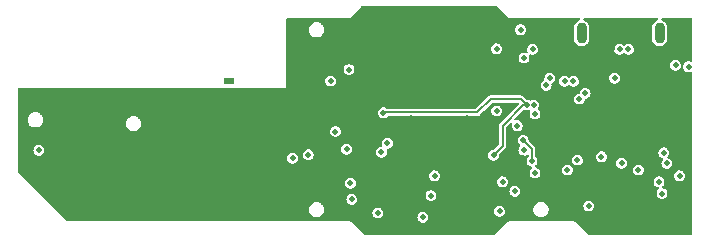
<source format=gbr>
%TF.GenerationSoftware,KiCad,Pcbnew,8.0.1*%
%TF.CreationDate,2024-10-15T00:35:35+02:00*%
%TF.ProjectId,InsuDos,496e7375-446f-4732-9e6b-696361645f70,rev?*%
%TF.SameCoordinates,Original*%
%TF.FileFunction,Copper,L2,Inr*%
%TF.FilePolarity,Positive*%
%FSLAX46Y46*%
G04 Gerber Fmt 4.6, Leading zero omitted, Abs format (unit mm)*
G04 Created by KiCad (PCBNEW 8.0.1) date 2024-10-15 00:35:35*
%MOMM*%
%LPD*%
G01*
G04 APERTURE LIST*
%TA.AperFunction,ComponentPad*%
%ADD10O,0.900000X1.800000*%
%TD*%
%TA.AperFunction,ComponentPad*%
%ADD11C,2.600000*%
%TD*%
%TA.AperFunction,ComponentPad*%
%ADD12R,0.900000X0.600000*%
%TD*%
%TA.AperFunction,ViaPad*%
%ADD13C,0.510000*%
%TD*%
%TA.AperFunction,Conductor*%
%ADD14C,0.200000*%
%TD*%
%TA.AperFunction,Conductor*%
%ADD15C,0.130000*%
%TD*%
G04 APERTURE END LIST*
D10*
%TO.N,Net-(J2-Shield)*%
%TO.C,J2*%
X77050000Y-157670500D03*
X70450000Y-157670500D03*
%TD*%
D11*
%TO.N,GND*%
%TO.C,H1*%
X28500000Y-165000000D03*
%TD*%
D12*
%TO.N,GND*%
%TO.C,AE1*%
X40600000Y-161750000D03*
%TD*%
D13*
%TO.N,GND*%
X52500000Y-170700000D03*
X46050000Y-170050000D03*
X45300000Y-171050000D03*
X28400000Y-168800000D03*
X26750000Y-172900000D03*
X78000000Y-167500000D03*
X67700000Y-173200000D03*
X65750000Y-164750000D03*
X72000000Y-161000000D03*
X79250000Y-174250000D03*
X25500000Y-171750000D03*
X31000000Y-170000000D03*
X29385713Y-162700000D03*
X40200000Y-172900000D03*
X68800000Y-156800000D03*
X73806702Y-169940000D03*
X64750000Y-159750000D03*
X30500000Y-166250000D03*
X25328571Y-162700000D03*
X56000000Y-166062500D03*
X79400000Y-162000000D03*
X34100000Y-168300000D03*
X62250000Y-174500000D03*
X27200000Y-170200000D03*
X44229032Y-163000000D03*
X29000000Y-169800000D03*
X36000000Y-163800000D03*
X56000000Y-164875000D03*
X38750000Y-164250000D03*
X39000000Y-167000000D03*
X42100000Y-168300000D03*
X42200000Y-171100000D03*
X30900000Y-164300000D03*
X50500000Y-163250000D03*
X76000000Y-174250000D03*
X48500000Y-169200000D03*
X51000000Y-158000000D03*
X76250000Y-173250000D03*
X34500000Y-169750000D03*
X70750000Y-168000000D03*
X78250000Y-169250000D03*
X46900000Y-158600000D03*
X61750000Y-173750000D03*
X67000000Y-167250000D03*
X58600000Y-174500000D03*
X33700000Y-172900000D03*
X45200000Y-168700000D03*
X23100000Y-169000000D03*
X79500000Y-171000000D03*
X45400000Y-172900000D03*
X66500000Y-162500000D03*
X70700000Y-173700000D03*
X69750000Y-170250000D03*
X62750000Y-170500000D03*
X31200000Y-172900000D03*
X60425000Y-174500000D03*
X26400000Y-163900000D03*
X45750000Y-161250000D03*
X39200000Y-170700000D03*
X66300000Y-170550000D03*
X55750000Y-160250000D03*
X23100000Y-162700000D03*
X51250000Y-169500000D03*
X65500000Y-168250000D03*
X70500000Y-162000000D03*
X43187500Y-164500000D03*
X55000000Y-155800000D03*
X63500000Y-173750000D03*
X73000000Y-159050000D03*
X53000000Y-161500000D03*
X29800000Y-170600000D03*
X41000000Y-169750000D03*
X60750000Y-163687500D03*
X45800000Y-157050000D03*
X32400000Y-163400000D03*
X63800000Y-161300000D03*
X79545000Y-157600000D03*
X40050000Y-163050000D03*
X56000000Y-163687500D03*
X45000000Y-165000000D03*
X60750000Y-167250000D03*
X79400000Y-164600000D03*
X47400000Y-173300000D03*
X79250000Y-167000000D03*
X52250000Y-174500000D03*
X56000000Y-167250000D03*
X44100000Y-172900000D03*
X42750000Y-165750000D03*
X32000000Y-171000000D03*
X63250000Y-160000000D03*
X57000000Y-156500000D03*
X56000000Y-172500000D03*
X44250000Y-164500000D03*
X44250000Y-165750000D03*
X79500000Y-168500000D03*
X43264516Y-163000000D03*
X37250000Y-165500000D03*
X67800000Y-158000000D03*
X35471426Y-162700000D03*
X36250000Y-164500000D03*
X42300000Y-163000000D03*
X25900000Y-168700000D03*
X37250000Y-167000000D03*
X79500000Y-169750000D03*
X48750000Y-163000000D03*
X48500000Y-166000000D03*
X45750000Y-159750000D03*
X72250000Y-167000000D03*
X39000000Y-165500000D03*
X54000000Y-174500000D03*
X31414284Y-162700000D03*
X26100000Y-166200000D03*
X24250000Y-170250000D03*
X42000000Y-172900000D03*
X27357142Y-162700000D03*
X38000000Y-163500000D03*
X60750000Y-166062500D03*
X52500000Y-165250000D03*
X30800000Y-171600000D03*
X47050000Y-171200000D03*
X62050000Y-161300000D03*
X23100000Y-164800000D03*
X37500000Y-162700000D03*
X64500000Y-167000000D03*
X47800000Y-159900000D03*
X69750000Y-159000000D03*
X75000000Y-164000000D03*
X33442855Y-162700000D03*
X40800000Y-163050000D03*
X78000000Y-170500000D03*
X62000000Y-157000000D03*
X63250000Y-156750000D03*
X31250000Y-168500000D03*
X41500000Y-166900000D03*
X54000000Y-161500000D03*
X58250000Y-165000000D03*
X49500000Y-170500000D03*
X41062500Y-164500000D03*
X70250000Y-172750000D03*
X61000000Y-156500000D03*
X40000000Y-164500000D03*
X72500000Y-172750000D03*
X60750000Y-162500000D03*
X35000000Y-165400000D03*
X62750000Y-155750000D03*
X60155000Y-169750000D03*
X45750000Y-158500000D03*
X42125000Y-164500000D03*
X28700000Y-172900000D03*
X62750000Y-172500000D03*
X75250000Y-170250000D03*
X59500000Y-172500000D03*
X56750000Y-172500000D03*
X52450000Y-156500000D03*
X37250000Y-169750000D03*
X37950000Y-172900000D03*
X65000000Y-169750000D03*
X27750000Y-167750000D03*
X37250000Y-168500000D03*
X78000000Y-172500000D03*
X30200000Y-169200000D03*
X32500000Y-168250000D03*
X52500000Y-163000000D03*
X53250000Y-158500000D03*
X66750000Y-166000000D03*
X63000000Y-169250000D03*
X45193550Y-163000000D03*
X75100000Y-159050000D03*
X47500000Y-160500000D03*
X66300000Y-173300000D03*
X60000000Y-173750000D03*
X56750000Y-159750000D03*
X48500000Y-164750000D03*
X34200000Y-163800000D03*
X50000000Y-164750000D03*
X40500000Y-165750000D03*
X54000000Y-163000000D03*
X79500000Y-172250000D03*
X57750000Y-157250000D03*
X39000000Y-168500000D03*
X34250000Y-166250000D03*
X60750000Y-164875000D03*
X37400000Y-164500000D03*
X65550000Y-159050000D03*
X28700000Y-171500000D03*
X66800000Y-156800000D03*
X51000000Y-164750000D03*
X56000000Y-162500000D03*
X51000000Y-157100000D03*
X35950000Y-172900000D03*
X23100000Y-167600000D03*
%TO.N,Net-(U3-bat)*%
X70250000Y-163250000D03*
X70750000Y-162750000D03*
%TO.N,/ldo*%
X50750000Y-160750000D03*
X63250000Y-159000000D03*
X72125000Y-168125000D03*
X63000000Y-168000000D03*
X66400000Y-163750000D03*
X57690150Y-171420181D03*
X53668651Y-164418651D03*
X65800000Y-163750000D03*
X73840100Y-168699900D03*
%TO.N,/RST*%
X63750000Y-170250000D03*
X58000000Y-169750000D03*
X66500000Y-169500000D03*
%TO.N,/5v*%
X78400000Y-160400000D03*
X79500000Y-160500000D03*
%TO.N,/M_clk*%
X47300000Y-167957700D03*
%TO.N,/M_data*%
X45978272Y-168262212D03*
%TO.N,/chg*%
X65567445Y-159782555D03*
X67446181Y-162095000D03*
%TO.N,Net-(U3-bms)*%
X69750000Y-161750000D03*
X57000000Y-173250000D03*
%TO.N,/PWR_Mic*%
X50550000Y-167500000D03*
%TO.N,Net-(J2-ID)*%
X73250000Y-161500000D03*
%TO.N,/enter*%
X63500000Y-172750000D03*
X53200000Y-172900000D03*
%TO.N,Net-(BZ1-+)*%
X49600000Y-166000000D03*
%TO.N,/dose*%
X24500000Y-167600000D03*
%TO.N,Net-(U3-ntc)*%
X65285080Y-157370398D03*
X69000000Y-161750000D03*
%TO.N,/swclk*%
X63250000Y-164255000D03*
X66500000Y-164500000D03*
%TO.N,/USB_P*%
X73670000Y-159050000D03*
%TO.N,/USB_N*%
X74416550Y-159050000D03*
%TO.N,/cen*%
X66300000Y-159050000D03*
X67750000Y-161500000D03*
%TO.N,/res*%
X77000000Y-170250000D03*
%TO.N,/dc*%
X66250000Y-168500000D03*
X65500000Y-166750000D03*
X78750000Y-169750000D03*
%TO.N,/busy*%
X71050000Y-172300000D03*
X64800000Y-171050000D03*
X77250000Y-171250000D03*
%TO.N,/cs*%
X69250000Y-169250000D03*
X75250000Y-169250000D03*
X65000000Y-165500000D03*
%TO.N,/D_sclk*%
X77659676Y-168704838D03*
%TO.N,/D_Mosi*%
X65548380Y-167591773D03*
X70082341Y-168417659D03*
X77409676Y-167795162D03*
%TO.N,/dose*%
X50875000Y-170375000D03*
%TO.N,Net-(U4-PA5)*%
X51000000Y-171750000D03*
X53500000Y-167745000D03*
%TO.N,Net-(U4-PA6)*%
X49198988Y-161727247D03*
X54000000Y-167000000D03*
%TD*%
D14*
%TO.N,/ldo*%
X53717302Y-164370000D02*
X53668651Y-164418651D01*
X61630000Y-164370000D02*
X53717302Y-164370000D01*
X62750000Y-163250000D02*
X61630000Y-164370000D01*
X65300000Y-163250000D02*
X62750000Y-163250000D01*
X65800000Y-163750000D02*
X65300000Y-163250000D01*
X63750000Y-167250000D02*
X63000000Y-168000000D01*
X63750000Y-165500000D02*
X63750000Y-167250000D01*
X65500000Y-163750000D02*
X63750000Y-165500000D01*
X65800000Y-163750000D02*
X65500000Y-163750000D01*
D15*
%TO.N,/dc*%
X66250000Y-167500000D02*
X66250000Y-168500000D01*
X65500000Y-166750000D02*
X66250000Y-167500000D01*
%TD*%
%TA.AperFunction,Conductor*%
%TO.N,GND*%
G36*
X63334133Y-155419407D02*
G01*
X63345946Y-155429496D01*
X64286426Y-156369976D01*
X64286427Y-156369976D01*
X64286428Y-156369977D01*
X64360117Y-156400500D01*
X64360118Y-156400500D01*
X64439883Y-156400500D01*
X70234029Y-156400500D01*
X70292220Y-156419407D01*
X70328184Y-156468907D01*
X70328184Y-156530093D01*
X70292220Y-156579593D01*
X70262770Y-156594236D01*
X70260259Y-156594997D01*
X70141874Y-156644034D01*
X70141866Y-156644038D01*
X70035331Y-156715224D01*
X70035327Y-156715227D01*
X69944727Y-156805827D01*
X69944725Y-156805830D01*
X69873538Y-156912366D01*
X69873534Y-156912374D01*
X69824500Y-157030752D01*
X69824499Y-157030755D01*
X69824499Y-157030756D01*
X69816320Y-157071873D01*
X69799500Y-157156430D01*
X69799500Y-158184569D01*
X69824499Y-158310242D01*
X69824500Y-158310247D01*
X69873534Y-158428625D01*
X69873538Y-158428633D01*
X69916365Y-158492726D01*
X69944724Y-158535169D01*
X70035331Y-158625776D01*
X70074903Y-158652217D01*
X70141866Y-158696961D01*
X70141870Y-158696963D01*
X70141873Y-158696965D01*
X70260256Y-158746001D01*
X70385931Y-158771000D01*
X70385932Y-158771000D01*
X70514068Y-158771000D01*
X70514069Y-158771000D01*
X70639744Y-158746001D01*
X70758127Y-158696965D01*
X70864669Y-158625776D01*
X70955276Y-158535169D01*
X71026465Y-158428627D01*
X71075501Y-158310244D01*
X71100500Y-158184569D01*
X71100500Y-157156431D01*
X71075501Y-157030756D01*
X71026465Y-156912373D01*
X71026463Y-156912370D01*
X71026461Y-156912366D01*
X70955275Y-156805830D01*
X70864672Y-156715227D01*
X70864669Y-156715224D01*
X70822226Y-156686865D01*
X70758133Y-156644038D01*
X70758125Y-156644034D01*
X70639740Y-156594997D01*
X70637230Y-156594236D01*
X70636245Y-156593550D01*
X70635251Y-156593138D01*
X70635341Y-156592919D01*
X70587035Y-156559250D01*
X70566990Y-156501441D01*
X70584753Y-156442891D01*
X70633538Y-156405963D01*
X70665971Y-156400500D01*
X76834029Y-156400500D01*
X76892220Y-156419407D01*
X76928184Y-156468907D01*
X76928184Y-156530093D01*
X76892220Y-156579593D01*
X76862770Y-156594236D01*
X76860259Y-156594997D01*
X76741874Y-156644034D01*
X76741866Y-156644038D01*
X76635331Y-156715224D01*
X76635327Y-156715227D01*
X76544727Y-156805827D01*
X76544725Y-156805830D01*
X76473538Y-156912366D01*
X76473534Y-156912374D01*
X76424500Y-157030752D01*
X76424499Y-157030755D01*
X76424499Y-157030756D01*
X76416320Y-157071873D01*
X76399500Y-157156430D01*
X76399500Y-158184569D01*
X76424499Y-158310242D01*
X76424500Y-158310247D01*
X76473534Y-158428625D01*
X76473538Y-158428633D01*
X76516365Y-158492726D01*
X76544724Y-158535169D01*
X76635331Y-158625776D01*
X76674903Y-158652217D01*
X76741866Y-158696961D01*
X76741870Y-158696963D01*
X76741873Y-158696965D01*
X76860256Y-158746001D01*
X76985931Y-158771000D01*
X76985932Y-158771000D01*
X77114068Y-158771000D01*
X77114069Y-158771000D01*
X77239744Y-158746001D01*
X77358127Y-158696965D01*
X77464669Y-158625776D01*
X77555276Y-158535169D01*
X77626465Y-158428627D01*
X77675501Y-158310244D01*
X77700500Y-158184569D01*
X77700500Y-157156431D01*
X77675501Y-157030756D01*
X77626465Y-156912373D01*
X77626463Y-156912370D01*
X77626461Y-156912366D01*
X77555275Y-156805830D01*
X77464672Y-156715227D01*
X77464669Y-156715224D01*
X77422226Y-156686865D01*
X77358133Y-156644038D01*
X77358125Y-156644034D01*
X77239740Y-156594997D01*
X77237230Y-156594236D01*
X77236245Y-156593550D01*
X77235251Y-156593138D01*
X77235341Y-156592919D01*
X77187035Y-156559250D01*
X77166990Y-156501441D01*
X77184753Y-156442891D01*
X77233538Y-156405963D01*
X77265971Y-156400500D01*
X79700500Y-156400500D01*
X79758691Y-156419407D01*
X79794655Y-156468907D01*
X79799500Y-156499500D01*
X79799500Y-159980962D01*
X79780593Y-160039153D01*
X79731093Y-160075117D01*
X79672609Y-160075952D01*
X79565494Y-160044500D01*
X79565491Y-160044500D01*
X79434509Y-160044500D01*
X79434507Y-160044500D01*
X79308833Y-160081402D01*
X79308828Y-160081404D01*
X79198648Y-160152213D01*
X79198643Y-160152217D01*
X79112869Y-160251205D01*
X79058456Y-160370351D01*
X79055180Y-160393134D01*
X79028182Y-160448041D01*
X79011783Y-160456693D01*
X79030370Y-160474756D01*
X79040803Y-160506868D01*
X79058456Y-160629648D01*
X79067200Y-160648794D01*
X79112869Y-160748794D01*
X79198644Y-160847784D01*
X79308833Y-160918598D01*
X79434509Y-160955500D01*
X79434510Y-160955500D01*
X79565490Y-160955500D01*
X79565491Y-160955500D01*
X79672609Y-160924047D01*
X79733768Y-160925794D01*
X79782221Y-160963157D01*
X79799500Y-161019037D01*
X79799500Y-174700500D01*
X79780593Y-174758691D01*
X79731093Y-174794655D01*
X79700500Y-174799500D01*
X71124058Y-174799500D01*
X71065867Y-174780593D01*
X71054054Y-174770504D01*
X70984050Y-174700500D01*
X69913574Y-173630024D01*
X69913572Y-173630023D01*
X69913571Y-173630022D01*
X69839883Y-173599500D01*
X69839882Y-173599500D01*
X64339882Y-173599500D01*
X64260118Y-173599500D01*
X64260117Y-173599500D01*
X64186428Y-173630022D01*
X63045946Y-174770504D01*
X62991429Y-174798281D01*
X62975942Y-174799500D01*
X52124058Y-174799500D01*
X52065867Y-174780593D01*
X52054054Y-174770504D01*
X51984050Y-174700500D01*
X50913574Y-173630024D01*
X50913572Y-173630023D01*
X50913571Y-173630022D01*
X50839883Y-173599500D01*
X50839882Y-173599500D01*
X26924058Y-173599500D01*
X26865867Y-173580593D01*
X26854054Y-173570504D01*
X25947619Y-172664069D01*
X47349500Y-172664069D01*
X47370641Y-172770351D01*
X47374499Y-172789742D01*
X47374500Y-172789747D01*
X47423534Y-172908125D01*
X47423538Y-172908133D01*
X47466365Y-172972226D01*
X47494724Y-173014669D01*
X47585331Y-173105276D01*
X47648848Y-173147717D01*
X47691866Y-173176461D01*
X47691870Y-173176463D01*
X47691873Y-173176465D01*
X47810256Y-173225501D01*
X47935931Y-173250500D01*
X47935932Y-173250500D01*
X48064068Y-173250500D01*
X48064069Y-173250500D01*
X48189744Y-173225501D01*
X48308127Y-173176465D01*
X48414669Y-173105276D01*
X48505276Y-173014669D01*
X48576465Y-172908127D01*
X48579830Y-172900002D01*
X52739816Y-172900002D01*
X52758456Y-173029648D01*
X52789572Y-173097782D01*
X52812869Y-173148794D01*
X52898644Y-173247784D01*
X53008833Y-173318598D01*
X53134509Y-173355500D01*
X53134510Y-173355500D01*
X53265490Y-173355500D01*
X53265491Y-173355500D01*
X53391167Y-173318598D01*
X53497905Y-173250002D01*
X56539816Y-173250002D01*
X56558456Y-173379648D01*
X56612869Y-173498794D01*
X56698644Y-173597784D01*
X56808833Y-173668598D01*
X56934509Y-173705500D01*
X56934510Y-173705500D01*
X57065490Y-173705500D01*
X57065491Y-173705500D01*
X57191167Y-173668598D01*
X57301356Y-173597784D01*
X57387131Y-173498794D01*
X57441543Y-173379649D01*
X57460112Y-173250500D01*
X57460184Y-173250002D01*
X57460184Y-173249997D01*
X57441543Y-173120351D01*
X57431236Y-173097782D01*
X57387131Y-173001206D01*
X57301356Y-172902216D01*
X57266239Y-172879648D01*
X57191171Y-172831404D01*
X57191168Y-172831403D01*
X57191167Y-172831402D01*
X57128329Y-172812951D01*
X57065492Y-172794500D01*
X57065491Y-172794500D01*
X56934509Y-172794500D01*
X56934507Y-172794500D01*
X56808833Y-172831402D01*
X56808828Y-172831404D01*
X56698648Y-172902213D01*
X56698643Y-172902217D01*
X56612869Y-173001205D01*
X56558456Y-173120351D01*
X56539816Y-173249997D01*
X56539816Y-173250002D01*
X53497905Y-173250002D01*
X53501356Y-173247784D01*
X53587131Y-173148794D01*
X53641543Y-173029649D01*
X53659015Y-172908133D01*
X53660184Y-172900002D01*
X53660184Y-172899997D01*
X53641543Y-172770351D01*
X53632250Y-172750002D01*
X63039816Y-172750002D01*
X63058456Y-172879648D01*
X63071465Y-172908133D01*
X63112869Y-172998794D01*
X63198644Y-173097784D01*
X63308833Y-173168598D01*
X63434509Y-173205500D01*
X63434510Y-173205500D01*
X63565490Y-173205500D01*
X63565491Y-173205500D01*
X63691167Y-173168598D01*
X63801356Y-173097784D01*
X63887131Y-172998794D01*
X63941543Y-172879649D01*
X63959393Y-172755500D01*
X63960184Y-172750002D01*
X63960184Y-172749997D01*
X63947829Y-172664069D01*
X66349500Y-172664069D01*
X66370641Y-172770351D01*
X66374499Y-172789742D01*
X66374500Y-172789747D01*
X66423534Y-172908125D01*
X66423538Y-172908133D01*
X66466365Y-172972226D01*
X66494724Y-173014669D01*
X66585331Y-173105276D01*
X66648848Y-173147717D01*
X66691866Y-173176461D01*
X66691870Y-173176463D01*
X66691873Y-173176465D01*
X66810256Y-173225501D01*
X66935931Y-173250500D01*
X66935932Y-173250500D01*
X67064068Y-173250500D01*
X67064069Y-173250500D01*
X67189744Y-173225501D01*
X67308127Y-173176465D01*
X67414669Y-173105276D01*
X67505276Y-173014669D01*
X67576465Y-172908127D01*
X67625501Y-172789744D01*
X67650500Y-172664069D01*
X67650500Y-172535931D01*
X67625501Y-172410256D01*
X67579832Y-172300002D01*
X70589816Y-172300002D01*
X70608456Y-172429648D01*
X70641136Y-172501206D01*
X70662869Y-172548794D01*
X70748644Y-172647784D01*
X70858833Y-172718598D01*
X70984509Y-172755500D01*
X70984510Y-172755500D01*
X71115490Y-172755500D01*
X71115491Y-172755500D01*
X71241167Y-172718598D01*
X71351356Y-172647784D01*
X71437131Y-172548794D01*
X71491543Y-172429649D01*
X71510184Y-172300000D01*
X71509393Y-172294500D01*
X71491543Y-172170351D01*
X71458403Y-172097786D01*
X71437131Y-172051206D01*
X71351356Y-171952216D01*
X71321372Y-171932946D01*
X71241171Y-171881404D01*
X71241168Y-171881403D01*
X71241167Y-171881402D01*
X71178329Y-171862951D01*
X71115492Y-171844500D01*
X71115491Y-171844500D01*
X70984509Y-171844500D01*
X70984507Y-171844500D01*
X70858833Y-171881402D01*
X70858828Y-171881404D01*
X70748648Y-171952213D01*
X70748643Y-171952217D01*
X70662869Y-172051205D01*
X70608456Y-172170351D01*
X70589816Y-172299997D01*
X70589816Y-172300002D01*
X67579832Y-172300002D01*
X67576465Y-172291873D01*
X67576463Y-172291870D01*
X67576461Y-172291866D01*
X67518752Y-172205500D01*
X67505276Y-172185331D01*
X67414669Y-172094724D01*
X67349540Y-172051206D01*
X67308133Y-172023538D01*
X67308125Y-172023534D01*
X67189747Y-171974500D01*
X67189745Y-171974499D01*
X67189744Y-171974499D01*
X67064069Y-171949500D01*
X66935931Y-171949500D01*
X66935930Y-171949500D01*
X66873093Y-171961999D01*
X66810256Y-171974499D01*
X66810255Y-171974499D01*
X66810252Y-171974500D01*
X66691874Y-172023534D01*
X66691866Y-172023538D01*
X66585331Y-172094724D01*
X66585327Y-172094727D01*
X66494727Y-172185327D01*
X66494724Y-172185331D01*
X66423538Y-172291866D01*
X66423534Y-172291874D01*
X66374500Y-172410252D01*
X66374499Y-172410255D01*
X66374499Y-172410256D01*
X66349500Y-172535931D01*
X66349500Y-172664069D01*
X63947829Y-172664069D01*
X63941543Y-172620351D01*
X63910427Y-172552217D01*
X63887131Y-172501206D01*
X63801356Y-172402216D01*
X63771372Y-172382946D01*
X63691171Y-172331404D01*
X63691168Y-172331403D01*
X63691167Y-172331402D01*
X63628329Y-172312951D01*
X63565492Y-172294500D01*
X63565491Y-172294500D01*
X63434509Y-172294500D01*
X63434507Y-172294500D01*
X63308833Y-172331402D01*
X63308828Y-172331404D01*
X63198648Y-172402213D01*
X63198643Y-172402217D01*
X63112869Y-172501205D01*
X63058456Y-172620351D01*
X63039816Y-172749997D01*
X63039816Y-172750002D01*
X53632250Y-172750002D01*
X53632249Y-172750000D01*
X53587131Y-172651206D01*
X53501356Y-172552216D01*
X53421983Y-172501206D01*
X53391171Y-172481404D01*
X53391168Y-172481403D01*
X53391167Y-172481402D01*
X53328329Y-172462951D01*
X53265492Y-172444500D01*
X53265491Y-172444500D01*
X53134509Y-172444500D01*
X53134507Y-172444500D01*
X53008833Y-172481402D01*
X53008828Y-172481404D01*
X52898648Y-172552213D01*
X52898643Y-172552217D01*
X52812869Y-172651205D01*
X52758456Y-172770351D01*
X52739816Y-172899997D01*
X52739816Y-172900002D01*
X48579830Y-172900002D01*
X48625501Y-172789744D01*
X48650500Y-172664069D01*
X48650500Y-172535931D01*
X48625501Y-172410256D01*
X48576465Y-172291873D01*
X48576463Y-172291870D01*
X48576461Y-172291866D01*
X48518752Y-172205500D01*
X48505276Y-172185331D01*
X48414669Y-172094724D01*
X48349540Y-172051206D01*
X48308133Y-172023538D01*
X48308125Y-172023534D01*
X48189747Y-171974500D01*
X48189745Y-171974499D01*
X48189744Y-171974499D01*
X48064069Y-171949500D01*
X47935931Y-171949500D01*
X47935930Y-171949500D01*
X47873093Y-171961999D01*
X47810256Y-171974499D01*
X47810255Y-171974499D01*
X47810252Y-171974500D01*
X47691874Y-172023534D01*
X47691866Y-172023538D01*
X47585331Y-172094724D01*
X47585327Y-172094727D01*
X47494727Y-172185327D01*
X47494724Y-172185331D01*
X47423538Y-172291866D01*
X47423534Y-172291874D01*
X47374500Y-172410252D01*
X47374499Y-172410255D01*
X47374499Y-172410256D01*
X47349500Y-172535931D01*
X47349500Y-172664069D01*
X25947619Y-172664069D01*
X25033552Y-171750002D01*
X50539816Y-171750002D01*
X50558456Y-171879648D01*
X50559258Y-171881404D01*
X50612869Y-171998794D01*
X50698644Y-172097784D01*
X50808833Y-172168598D01*
X50934509Y-172205500D01*
X50934510Y-172205500D01*
X51065490Y-172205500D01*
X51065491Y-172205500D01*
X51191167Y-172168598D01*
X51301356Y-172097784D01*
X51387131Y-171998794D01*
X51441543Y-171879649D01*
X51460184Y-171750000D01*
X51441543Y-171620351D01*
X51387131Y-171501206D01*
X51316924Y-171420183D01*
X57229966Y-171420183D01*
X57248606Y-171549829D01*
X57270506Y-171597782D01*
X57303019Y-171668975D01*
X57388794Y-171767965D01*
X57498983Y-171838779D01*
X57624659Y-171875681D01*
X57624660Y-171875681D01*
X57755640Y-171875681D01*
X57755641Y-171875681D01*
X57881317Y-171838779D01*
X57991506Y-171767965D01*
X58077281Y-171668975D01*
X58131693Y-171549830D01*
X58150334Y-171420181D01*
X58147113Y-171397782D01*
X58131693Y-171290532D01*
X58113183Y-171250002D01*
X58077281Y-171171387D01*
X57991506Y-171072397D01*
X57956659Y-171050002D01*
X64339816Y-171050002D01*
X64358456Y-171179648D01*
X64390584Y-171249997D01*
X64412869Y-171298794D01*
X64498644Y-171397784D01*
X64608833Y-171468598D01*
X64734509Y-171505500D01*
X64734510Y-171505500D01*
X64865490Y-171505500D01*
X64865491Y-171505500D01*
X64991167Y-171468598D01*
X65101356Y-171397784D01*
X65187131Y-171298794D01*
X65241543Y-171179649D01*
X65260184Y-171050000D01*
X65253168Y-171001206D01*
X65241543Y-170920351D01*
X65226140Y-170886624D01*
X65187131Y-170801206D01*
X65101356Y-170702216D01*
X65049041Y-170668595D01*
X64991171Y-170631404D01*
X64991168Y-170631403D01*
X64991167Y-170631402D01*
X64928329Y-170612951D01*
X64865492Y-170594500D01*
X64865491Y-170594500D01*
X64734509Y-170594500D01*
X64734507Y-170594500D01*
X64608833Y-170631402D01*
X64608828Y-170631404D01*
X64498648Y-170702213D01*
X64498643Y-170702217D01*
X64412869Y-170801205D01*
X64358456Y-170920351D01*
X64339816Y-171049997D01*
X64339816Y-171050002D01*
X57956659Y-171050002D01*
X57956651Y-171049997D01*
X57881321Y-171001585D01*
X57881318Y-171001584D01*
X57881317Y-171001583D01*
X57818479Y-170983132D01*
X57755642Y-170964681D01*
X57755641Y-170964681D01*
X57624659Y-170964681D01*
X57624657Y-170964681D01*
X57498983Y-171001583D01*
X57498978Y-171001585D01*
X57388798Y-171072394D01*
X57388793Y-171072398D01*
X57303019Y-171171386D01*
X57248606Y-171290532D01*
X57229966Y-171420178D01*
X57229966Y-171420183D01*
X51316924Y-171420183D01*
X51301356Y-171402216D01*
X51266239Y-171379648D01*
X51191171Y-171331404D01*
X51191168Y-171331403D01*
X51191167Y-171331402D01*
X51128329Y-171312951D01*
X51065492Y-171294500D01*
X51065491Y-171294500D01*
X50934509Y-171294500D01*
X50934507Y-171294500D01*
X50808833Y-171331402D01*
X50808828Y-171331404D01*
X50698648Y-171402213D01*
X50698643Y-171402217D01*
X50612869Y-171501205D01*
X50558456Y-171620351D01*
X50539816Y-171749997D01*
X50539816Y-171750002D01*
X25033552Y-171750002D01*
X23658552Y-170375002D01*
X50414816Y-170375002D01*
X50433456Y-170504648D01*
X50475991Y-170597786D01*
X50487869Y-170623794D01*
X50573644Y-170722784D01*
X50683833Y-170793598D01*
X50809509Y-170830500D01*
X50809510Y-170830500D01*
X50940490Y-170830500D01*
X50940491Y-170830500D01*
X51066167Y-170793598D01*
X51176356Y-170722784D01*
X51262131Y-170623794D01*
X51316543Y-170504649D01*
X51335184Y-170375000D01*
X51317212Y-170250002D01*
X63289816Y-170250002D01*
X63308456Y-170379648D01*
X63362869Y-170498794D01*
X63448644Y-170597784D01*
X63558833Y-170668598D01*
X63684509Y-170705500D01*
X63684510Y-170705500D01*
X63815490Y-170705500D01*
X63815491Y-170705500D01*
X63941167Y-170668598D01*
X64051356Y-170597784D01*
X64137131Y-170498794D01*
X64191543Y-170379649D01*
X64210184Y-170250002D01*
X76539816Y-170250002D01*
X76558456Y-170379648D01*
X76612869Y-170498794D01*
X76698644Y-170597784D01*
X76808833Y-170668598D01*
X76923315Y-170702213D01*
X76934505Y-170705499D01*
X76934509Y-170705500D01*
X76941303Y-170707495D01*
X76940864Y-170708990D01*
X76988365Y-170732337D01*
X77016925Y-170786448D01*
X77008225Y-170847011D01*
X76972903Y-170886624D01*
X76948649Y-170902211D01*
X76948643Y-170902217D01*
X76862869Y-171001205D01*
X76808456Y-171120351D01*
X76789816Y-171249997D01*
X76789816Y-171250002D01*
X76808456Y-171379648D01*
X76849078Y-171468597D01*
X76862869Y-171498794D01*
X76948644Y-171597784D01*
X77058833Y-171668598D01*
X77184509Y-171705500D01*
X77184510Y-171705500D01*
X77315490Y-171705500D01*
X77315491Y-171705500D01*
X77441167Y-171668598D01*
X77551356Y-171597784D01*
X77637131Y-171498794D01*
X77691543Y-171379649D01*
X77710184Y-171250000D01*
X77691543Y-171120351D01*
X77637131Y-171001206D01*
X77551356Y-170902216D01*
X77521372Y-170882946D01*
X77441171Y-170831404D01*
X77441168Y-170831403D01*
X77441167Y-170831402D01*
X77315491Y-170794500D01*
X77308697Y-170792505D01*
X77309135Y-170791012D01*
X77261624Y-170767652D01*
X77233072Y-170713537D01*
X77241780Y-170652975D01*
X77277096Y-170613374D01*
X77301356Y-170597784D01*
X77387131Y-170498794D01*
X77441543Y-170379649D01*
X77460184Y-170250000D01*
X77441543Y-170120351D01*
X77387131Y-170001206D01*
X77301356Y-169902216D01*
X77266239Y-169879648D01*
X77191171Y-169831404D01*
X77191168Y-169831403D01*
X77191167Y-169831402D01*
X77128329Y-169812951D01*
X77065492Y-169794500D01*
X77065491Y-169794500D01*
X76934509Y-169794500D01*
X76934507Y-169794500D01*
X76808833Y-169831402D01*
X76808828Y-169831404D01*
X76698648Y-169902213D01*
X76698643Y-169902217D01*
X76612869Y-170001205D01*
X76558456Y-170120351D01*
X76539816Y-170249997D01*
X76539816Y-170250002D01*
X64210184Y-170250002D01*
X64210184Y-170250000D01*
X64191543Y-170120351D01*
X64137131Y-170001206D01*
X64051356Y-169902216D01*
X64016239Y-169879648D01*
X63941171Y-169831404D01*
X63941168Y-169831403D01*
X63941167Y-169831402D01*
X63878329Y-169812951D01*
X63815492Y-169794500D01*
X63815491Y-169794500D01*
X63684509Y-169794500D01*
X63684507Y-169794500D01*
X63558833Y-169831402D01*
X63558828Y-169831404D01*
X63448648Y-169902213D01*
X63448643Y-169902217D01*
X63362869Y-170001205D01*
X63308456Y-170120351D01*
X63289816Y-170249997D01*
X63289816Y-170250002D01*
X51317212Y-170250002D01*
X51316543Y-170245351D01*
X51262131Y-170126206D01*
X51176356Y-170027216D01*
X51135882Y-170001205D01*
X51066171Y-169956404D01*
X51066168Y-169956403D01*
X51066167Y-169956402D01*
X51003329Y-169937951D01*
X50940492Y-169919500D01*
X50940491Y-169919500D01*
X50809509Y-169919500D01*
X50809507Y-169919500D01*
X50683833Y-169956402D01*
X50683828Y-169956404D01*
X50573648Y-170027213D01*
X50573643Y-170027217D01*
X50487869Y-170126205D01*
X50433456Y-170245351D01*
X50414816Y-170374997D01*
X50414816Y-170375002D01*
X23658552Y-170375002D01*
X23033552Y-169750002D01*
X57539816Y-169750002D01*
X57558456Y-169879648D01*
X57576656Y-169919500D01*
X57612869Y-169998794D01*
X57698644Y-170097784D01*
X57808833Y-170168598D01*
X57934509Y-170205500D01*
X57934510Y-170205500D01*
X58065490Y-170205500D01*
X58065491Y-170205500D01*
X58191167Y-170168598D01*
X58301356Y-170097784D01*
X58387131Y-169998794D01*
X58441543Y-169879649D01*
X58460184Y-169750000D01*
X58441543Y-169620351D01*
X58387131Y-169501206D01*
X58301356Y-169402216D01*
X58251773Y-169370351D01*
X58191171Y-169331404D01*
X58191168Y-169331403D01*
X58191167Y-169331402D01*
X58128329Y-169312951D01*
X58065492Y-169294500D01*
X58065491Y-169294500D01*
X57934509Y-169294500D01*
X57934507Y-169294500D01*
X57808833Y-169331402D01*
X57808828Y-169331404D01*
X57698648Y-169402213D01*
X57698643Y-169402217D01*
X57612869Y-169501205D01*
X57558456Y-169620351D01*
X57539816Y-169749997D01*
X57539816Y-169750002D01*
X23033552Y-169750002D01*
X22729496Y-169445946D01*
X22701719Y-169391429D01*
X22700500Y-169375942D01*
X22700500Y-168262214D01*
X45518088Y-168262214D01*
X45536728Y-168391860D01*
X45573686Y-168472786D01*
X45591141Y-168511006D01*
X45676916Y-168609996D01*
X45787105Y-168680810D01*
X45912781Y-168717712D01*
X45912782Y-168717712D01*
X46043762Y-168717712D01*
X46043763Y-168717712D01*
X46169439Y-168680810D01*
X46279628Y-168609996D01*
X46365403Y-168511006D01*
X46419815Y-168391861D01*
X46438456Y-168262212D01*
X46437368Y-168254648D01*
X46419815Y-168132563D01*
X46401648Y-168092784D01*
X46365403Y-168013418D01*
X46317125Y-167957702D01*
X46839816Y-167957702D01*
X46858456Y-168087348D01*
X46893278Y-168163597D01*
X46912869Y-168206494D01*
X46998644Y-168305484D01*
X47071200Y-168352113D01*
X47104936Y-168373794D01*
X47108833Y-168376298D01*
X47234509Y-168413200D01*
X47234510Y-168413200D01*
X47365490Y-168413200D01*
X47365491Y-168413200D01*
X47491167Y-168376298D01*
X47601356Y-168305484D01*
X47687131Y-168206494D01*
X47741543Y-168087349D01*
X47751428Y-168018597D01*
X47760184Y-167957702D01*
X47760184Y-167957697D01*
X47741543Y-167828051D01*
X47726523Y-167795162D01*
X47687131Y-167708906D01*
X47601356Y-167609916D01*
X47571372Y-167590646D01*
X47491171Y-167539104D01*
X47491168Y-167539103D01*
X47491167Y-167539102D01*
X47410800Y-167515504D01*
X47365492Y-167502200D01*
X47365491Y-167502200D01*
X47234509Y-167502200D01*
X47234507Y-167502200D01*
X47108833Y-167539102D01*
X47108828Y-167539104D01*
X46998648Y-167609913D01*
X46998643Y-167609917D01*
X46912869Y-167708905D01*
X46858456Y-167828051D01*
X46839816Y-167957697D01*
X46839816Y-167957702D01*
X46317125Y-167957702D01*
X46279628Y-167914428D01*
X46249644Y-167895158D01*
X46169443Y-167843616D01*
X46169440Y-167843615D01*
X46169439Y-167843614D01*
X46106601Y-167825163D01*
X46043764Y-167806712D01*
X46043763Y-167806712D01*
X45912781Y-167806712D01*
X45912779Y-167806712D01*
X45787105Y-167843614D01*
X45787100Y-167843616D01*
X45676920Y-167914425D01*
X45676915Y-167914429D01*
X45591141Y-168013417D01*
X45536728Y-168132563D01*
X45518088Y-168262209D01*
X45518088Y-168262214D01*
X22700500Y-168262214D01*
X22700500Y-167600002D01*
X24039816Y-167600002D01*
X24058456Y-167729648D01*
X24103396Y-167828051D01*
X24112869Y-167848794D01*
X24198644Y-167947784D01*
X24268988Y-167992991D01*
X24296031Y-168010371D01*
X24308833Y-168018598D01*
X24434509Y-168055500D01*
X24434510Y-168055500D01*
X24565490Y-168055500D01*
X24565491Y-168055500D01*
X24691167Y-168018598D01*
X24801356Y-167947784D01*
X24887131Y-167848794D01*
X24941543Y-167729649D01*
X24958758Y-167609917D01*
X24960184Y-167600002D01*
X24960184Y-167599997D01*
X24945806Y-167500002D01*
X50089816Y-167500002D01*
X50108456Y-167629648D01*
X50154125Y-167729648D01*
X50162869Y-167748794D01*
X50248644Y-167847784D01*
X50290447Y-167874649D01*
X50352339Y-167914425D01*
X50358833Y-167918598D01*
X50484509Y-167955500D01*
X50484510Y-167955500D01*
X50615490Y-167955500D01*
X50615491Y-167955500D01*
X50741167Y-167918598D01*
X50851356Y-167847784D01*
X50937131Y-167748794D01*
X50938863Y-167745002D01*
X53039816Y-167745002D01*
X53058456Y-167874648D01*
X53096346Y-167957614D01*
X53112869Y-167993794D01*
X53198644Y-168092784D01*
X53308833Y-168163598D01*
X53434509Y-168200500D01*
X53434510Y-168200500D01*
X53565490Y-168200500D01*
X53565491Y-168200500D01*
X53691167Y-168163598D01*
X53801356Y-168092784D01*
X53887131Y-167993794D01*
X53941543Y-167874649D01*
X53951311Y-167806712D01*
X53960184Y-167745002D01*
X53960184Y-167744997D01*
X53941544Y-167615353D01*
X53932535Y-167595626D01*
X53925561Y-167534839D01*
X53955648Y-167481562D01*
X54011304Y-167456145D01*
X54022589Y-167455500D01*
X54065490Y-167455500D01*
X54065491Y-167455500D01*
X54191167Y-167418598D01*
X54301356Y-167347784D01*
X54387131Y-167248794D01*
X54441543Y-167129649D01*
X54460184Y-167000000D01*
X54441543Y-166870351D01*
X54387131Y-166751206D01*
X54301356Y-166652216D01*
X54251773Y-166620351D01*
X54191171Y-166581404D01*
X54191168Y-166581403D01*
X54191167Y-166581402D01*
X54128329Y-166562951D01*
X54065492Y-166544500D01*
X54065491Y-166544500D01*
X53934509Y-166544500D01*
X53934507Y-166544500D01*
X53808833Y-166581402D01*
X53808828Y-166581404D01*
X53698648Y-166652213D01*
X53698643Y-166652217D01*
X53612869Y-166751205D01*
X53558456Y-166870351D01*
X53539816Y-166999997D01*
X53539816Y-167000002D01*
X53558455Y-167129646D01*
X53567465Y-167149374D01*
X53574439Y-167210161D01*
X53544352Y-167263438D01*
X53488696Y-167288855D01*
X53477411Y-167289500D01*
X53434507Y-167289500D01*
X53308833Y-167326402D01*
X53308828Y-167326404D01*
X53198648Y-167397213D01*
X53198643Y-167397217D01*
X53112869Y-167496205D01*
X53058456Y-167615351D01*
X53039816Y-167744997D01*
X53039816Y-167745002D01*
X50938863Y-167745002D01*
X50991543Y-167629649D01*
X51010184Y-167500000D01*
X51009638Y-167496206D01*
X50991543Y-167370351D01*
X50982069Y-167349606D01*
X50937131Y-167251206D01*
X50851356Y-167152216D01*
X50782992Y-167108281D01*
X50741171Y-167081404D01*
X50741168Y-167081403D01*
X50741167Y-167081402D01*
X50678329Y-167062951D01*
X50615492Y-167044500D01*
X50615491Y-167044500D01*
X50484509Y-167044500D01*
X50484507Y-167044500D01*
X50358833Y-167081402D01*
X50358828Y-167081404D01*
X50248648Y-167152213D01*
X50248643Y-167152217D01*
X50162869Y-167251205D01*
X50108456Y-167370351D01*
X50089816Y-167499997D01*
X50089816Y-167500002D01*
X24945806Y-167500002D01*
X24941543Y-167470351D01*
X24931052Y-167447379D01*
X24887131Y-167351206D01*
X24801356Y-167252216D01*
X24771372Y-167232946D01*
X24691171Y-167181404D01*
X24691168Y-167181403D01*
X24691167Y-167181402D01*
X24591773Y-167152217D01*
X24565492Y-167144500D01*
X24565491Y-167144500D01*
X24434509Y-167144500D01*
X24434507Y-167144500D01*
X24308833Y-167181402D01*
X24308828Y-167181404D01*
X24198648Y-167252213D01*
X24198643Y-167252217D01*
X24112869Y-167351205D01*
X24058456Y-167470351D01*
X24039816Y-167599997D01*
X24039816Y-167600002D01*
X22700500Y-167600002D01*
X22700500Y-166000002D01*
X49139816Y-166000002D01*
X49158456Y-166129648D01*
X49212869Y-166248794D01*
X49298644Y-166347784D01*
X49408833Y-166418598D01*
X49534509Y-166455500D01*
X49534510Y-166455500D01*
X49665490Y-166455500D01*
X49665491Y-166455500D01*
X49791167Y-166418598D01*
X49901356Y-166347784D01*
X49987131Y-166248794D01*
X50041543Y-166129649D01*
X50060184Y-166000000D01*
X50055942Y-165970500D01*
X50041543Y-165870351D01*
X50020956Y-165825272D01*
X49987131Y-165751206D01*
X49901356Y-165652216D01*
X49859785Y-165625500D01*
X49791171Y-165581404D01*
X49791168Y-165581403D01*
X49791167Y-165581402D01*
X49728329Y-165562951D01*
X49665492Y-165544500D01*
X49665491Y-165544500D01*
X49534509Y-165544500D01*
X49534507Y-165544500D01*
X49408833Y-165581402D01*
X49408828Y-165581404D01*
X49298648Y-165652213D01*
X49298643Y-165652217D01*
X49212869Y-165751205D01*
X49158456Y-165870351D01*
X49139816Y-165999997D01*
X49139816Y-166000002D01*
X22700500Y-166000002D01*
X22700500Y-165064069D01*
X23549500Y-165064069D01*
X23567033Y-165152213D01*
X23574499Y-165189742D01*
X23574500Y-165189747D01*
X23623534Y-165308125D01*
X23623538Y-165308133D01*
X23663748Y-165368310D01*
X23694724Y-165414669D01*
X23785331Y-165505276D01*
X23844034Y-165544500D01*
X23891866Y-165576461D01*
X23891870Y-165576463D01*
X23891873Y-165576465D01*
X24010256Y-165625501D01*
X24135931Y-165650500D01*
X24135932Y-165650500D01*
X24264068Y-165650500D01*
X24264069Y-165650500D01*
X24389744Y-165625501D01*
X24508127Y-165576465D01*
X24614669Y-165505276D01*
X24705276Y-165414669D01*
X24725722Y-165384069D01*
X31849500Y-165384069D01*
X31873610Y-165505276D01*
X31874499Y-165509742D01*
X31874500Y-165509747D01*
X31923534Y-165628125D01*
X31923538Y-165628133D01*
X31939631Y-165652217D01*
X31994724Y-165734669D01*
X32085331Y-165825276D01*
X32119014Y-165847782D01*
X32191866Y-165896461D01*
X32191870Y-165896463D01*
X32191873Y-165896465D01*
X32310256Y-165945501D01*
X32435931Y-165970500D01*
X32435932Y-165970500D01*
X32564068Y-165970500D01*
X32564069Y-165970500D01*
X32689744Y-165945501D01*
X32808127Y-165896465D01*
X32914669Y-165825276D01*
X33005276Y-165734669D01*
X33076465Y-165628127D01*
X33125501Y-165509744D01*
X33150500Y-165384069D01*
X33150500Y-165255931D01*
X33125501Y-165130256D01*
X33076465Y-165011873D01*
X33076463Y-165011870D01*
X33076461Y-165011866D01*
X33038797Y-164955499D01*
X33005276Y-164905331D01*
X32914669Y-164814724D01*
X32872226Y-164786365D01*
X32808133Y-164743538D01*
X32808125Y-164743534D01*
X32689747Y-164694500D01*
X32689745Y-164694499D01*
X32689744Y-164694499D01*
X32564069Y-164669500D01*
X32435931Y-164669500D01*
X32435930Y-164669500D01*
X32373093Y-164681999D01*
X32310256Y-164694499D01*
X32310255Y-164694499D01*
X32310252Y-164694500D01*
X32191874Y-164743534D01*
X32191866Y-164743538D01*
X32085331Y-164814724D01*
X32085327Y-164814727D01*
X31994727Y-164905327D01*
X31994724Y-164905331D01*
X31923538Y-165011866D01*
X31923534Y-165011874D01*
X31874500Y-165130252D01*
X31874499Y-165130255D01*
X31874499Y-165130256D01*
X31849500Y-165255931D01*
X31849500Y-165384069D01*
X24725722Y-165384069D01*
X24776465Y-165308127D01*
X24825501Y-165189744D01*
X24850500Y-165064069D01*
X24850500Y-164935931D01*
X24825501Y-164810256D01*
X24776465Y-164691873D01*
X24776463Y-164691870D01*
X24776461Y-164691866D01*
X24734888Y-164629649D01*
X24705276Y-164585331D01*
X24614669Y-164494724D01*
X24572226Y-164466365D01*
X24508133Y-164423538D01*
X24508125Y-164423534D01*
X24496341Y-164418653D01*
X53208467Y-164418653D01*
X53227107Y-164548299D01*
X53264259Y-164629649D01*
X53281520Y-164667445D01*
X53367295Y-164766435D01*
X53477484Y-164837249D01*
X53603160Y-164874151D01*
X53603161Y-164874151D01*
X53734141Y-164874151D01*
X53734142Y-164874151D01*
X53859818Y-164837249D01*
X53970007Y-164766435D01*
X54023527Y-164704668D01*
X54075923Y-164673073D01*
X54098346Y-164670500D01*
X61669563Y-164670500D01*
X61669563Y-164670499D01*
X61745989Y-164650021D01*
X61814511Y-164610460D01*
X61870460Y-164554511D01*
X62169969Y-164255002D01*
X62789816Y-164255002D01*
X62808456Y-164384648D01*
X62826217Y-164423538D01*
X62862869Y-164503794D01*
X62948644Y-164602784D01*
X62990447Y-164629649D01*
X63049258Y-164667445D01*
X63058833Y-164673598D01*
X63184509Y-164710500D01*
X63184510Y-164710500D01*
X63315490Y-164710500D01*
X63315491Y-164710500D01*
X63441167Y-164673598D01*
X63551356Y-164602784D01*
X63637131Y-164503794D01*
X63691543Y-164384649D01*
X63710184Y-164255000D01*
X63709638Y-164251206D01*
X63691543Y-164125351D01*
X63679351Y-164098655D01*
X63637131Y-164006206D01*
X63551356Y-163907216D01*
X63508459Y-163879648D01*
X63441171Y-163836404D01*
X63441168Y-163836403D01*
X63441167Y-163836402D01*
X63378329Y-163817951D01*
X63315492Y-163799500D01*
X63315491Y-163799500D01*
X63184509Y-163799500D01*
X63184507Y-163799500D01*
X63058833Y-163836402D01*
X63058828Y-163836404D01*
X62948648Y-163907213D01*
X62948643Y-163907217D01*
X62862869Y-164006205D01*
X62808456Y-164125351D01*
X62789816Y-164254997D01*
X62789816Y-164255002D01*
X62169969Y-164255002D01*
X62845475Y-163579496D01*
X62899992Y-163551719D01*
X62915479Y-163550500D01*
X65035521Y-163550500D01*
X65093712Y-163569407D01*
X65129676Y-163618907D01*
X65129676Y-163680093D01*
X65105525Y-163719504D01*
X63565489Y-165259540D01*
X63565488Y-165259539D01*
X63509539Y-165315489D01*
X63469980Y-165384007D01*
X63469978Y-165384011D01*
X63449500Y-165460435D01*
X63449500Y-167084521D01*
X63430593Y-167142712D01*
X63420504Y-167154525D01*
X63059525Y-167515504D01*
X63005008Y-167543281D01*
X62989521Y-167544500D01*
X62934507Y-167544500D01*
X62808833Y-167581402D01*
X62808828Y-167581404D01*
X62698648Y-167652213D01*
X62698643Y-167652217D01*
X62612869Y-167751205D01*
X62558456Y-167870351D01*
X62539816Y-167999997D01*
X62539816Y-168000002D01*
X62558456Y-168129648D01*
X62590813Y-168200499D01*
X62612869Y-168248794D01*
X62698644Y-168347784D01*
X62743013Y-168376298D01*
X62800433Y-168413200D01*
X62808833Y-168418598D01*
X62934509Y-168455500D01*
X62934510Y-168455500D01*
X63065490Y-168455500D01*
X63065491Y-168455500D01*
X63191167Y-168418598D01*
X63301356Y-168347784D01*
X63387131Y-168248794D01*
X63441543Y-168129649D01*
X63457510Y-168018597D01*
X63461192Y-167992991D01*
X63464203Y-167993423D01*
X63479091Y-167947603D01*
X63489180Y-167935790D01*
X63718568Y-167706402D01*
X63990460Y-167434511D01*
X63999647Y-167418598D01*
X64030021Y-167365989D01*
X64050500Y-167289562D01*
X64050500Y-166750002D01*
X65039816Y-166750002D01*
X65058456Y-166879648D01*
X65112869Y-166998794D01*
X65198644Y-167097784D01*
X65214978Y-167108281D01*
X65253709Y-167155647D01*
X65257201Y-167216733D01*
X65236273Y-167256396D01*
X65161249Y-167342978D01*
X65106836Y-167462124D01*
X65088196Y-167591770D01*
X65088196Y-167591775D01*
X65106836Y-167721421D01*
X65120439Y-167751206D01*
X65161249Y-167840567D01*
X65247024Y-167939557D01*
X65357213Y-168010371D01*
X65482889Y-168047273D01*
X65482890Y-168047273D01*
X65613870Y-168047273D01*
X65613871Y-168047273D01*
X65739547Y-168010371D01*
X65831977Y-167950969D01*
X65891152Y-167935415D01*
X65948168Y-167957614D01*
X65981248Y-168009086D01*
X65984500Y-168034254D01*
X65984500Y-168075934D01*
X65965593Y-168134125D01*
X65950335Y-168150750D01*
X65948643Y-168152215D01*
X65862869Y-168251205D01*
X65808456Y-168370351D01*
X65789816Y-168499997D01*
X65789816Y-168500002D01*
X65808456Y-168629648D01*
X65842793Y-168704835D01*
X65862869Y-168748794D01*
X65948644Y-168847784D01*
X66058833Y-168918598D01*
X66184509Y-168955500D01*
X66191303Y-168957495D01*
X66190864Y-168958990D01*
X66238365Y-168982337D01*
X66266925Y-169036448D01*
X66258225Y-169097011D01*
X66222903Y-169136624D01*
X66198649Y-169152211D01*
X66198643Y-169152217D01*
X66112869Y-169251205D01*
X66058456Y-169370351D01*
X66039816Y-169499997D01*
X66039816Y-169500002D01*
X66058456Y-169629648D01*
X66093097Y-169705499D01*
X66112869Y-169748794D01*
X66198644Y-169847784D01*
X66308833Y-169918598D01*
X66434509Y-169955500D01*
X66434510Y-169955500D01*
X66565490Y-169955500D01*
X66565491Y-169955500D01*
X66691167Y-169918598D01*
X66801356Y-169847784D01*
X66886084Y-169750002D01*
X78289816Y-169750002D01*
X78308456Y-169879648D01*
X78326656Y-169919500D01*
X78362869Y-169998794D01*
X78448644Y-170097784D01*
X78558833Y-170168598D01*
X78684509Y-170205500D01*
X78684510Y-170205500D01*
X78815490Y-170205500D01*
X78815491Y-170205500D01*
X78941167Y-170168598D01*
X79051356Y-170097784D01*
X79137131Y-169998794D01*
X79191543Y-169879649D01*
X79210184Y-169750000D01*
X79191543Y-169620351D01*
X79137131Y-169501206D01*
X79051356Y-169402216D01*
X79001773Y-169370351D01*
X78941171Y-169331404D01*
X78941168Y-169331403D01*
X78941167Y-169331402D01*
X78878329Y-169312951D01*
X78815492Y-169294500D01*
X78815491Y-169294500D01*
X78684509Y-169294500D01*
X78684507Y-169294500D01*
X78558833Y-169331402D01*
X78558828Y-169331404D01*
X78448648Y-169402213D01*
X78448643Y-169402217D01*
X78362869Y-169501205D01*
X78308456Y-169620351D01*
X78289816Y-169749997D01*
X78289816Y-169750002D01*
X66886084Y-169750002D01*
X66887131Y-169748794D01*
X66941543Y-169629649D01*
X66960184Y-169500000D01*
X66941543Y-169370351D01*
X66887131Y-169251206D01*
X66886088Y-169250002D01*
X68789816Y-169250002D01*
X68808456Y-169379648D01*
X68825492Y-169416950D01*
X68862869Y-169498794D01*
X68948644Y-169597784D01*
X69058833Y-169668598D01*
X69184509Y-169705500D01*
X69184510Y-169705500D01*
X69315490Y-169705500D01*
X69315491Y-169705500D01*
X69441167Y-169668598D01*
X69551356Y-169597784D01*
X69637131Y-169498794D01*
X69691543Y-169379649D01*
X69710184Y-169250002D01*
X74789816Y-169250002D01*
X74808456Y-169379648D01*
X74825492Y-169416950D01*
X74862869Y-169498794D01*
X74948644Y-169597784D01*
X75058833Y-169668598D01*
X75184509Y-169705500D01*
X75184510Y-169705500D01*
X75315490Y-169705500D01*
X75315491Y-169705500D01*
X75441167Y-169668598D01*
X75551356Y-169597784D01*
X75637131Y-169498794D01*
X75691543Y-169379649D01*
X75710184Y-169250000D01*
X75691543Y-169120351D01*
X75637131Y-169001206D01*
X75551356Y-168902216D01*
X75506141Y-168873158D01*
X75441171Y-168831404D01*
X75441168Y-168831403D01*
X75441167Y-168831402D01*
X75378329Y-168812951D01*
X75315492Y-168794500D01*
X75315491Y-168794500D01*
X75184509Y-168794500D01*
X75184507Y-168794500D01*
X75058833Y-168831402D01*
X75058828Y-168831404D01*
X74948648Y-168902213D01*
X74948643Y-168902217D01*
X74862869Y-169001205D01*
X74808456Y-169120351D01*
X74789816Y-169249997D01*
X74789816Y-169250002D01*
X69710184Y-169250002D01*
X69710184Y-169250000D01*
X69691543Y-169120351D01*
X69637131Y-169001206D01*
X69551356Y-168902216D01*
X69506141Y-168873158D01*
X69441171Y-168831404D01*
X69441168Y-168831403D01*
X69441167Y-168831402D01*
X69378329Y-168812951D01*
X69315492Y-168794500D01*
X69315491Y-168794500D01*
X69184509Y-168794500D01*
X69184507Y-168794500D01*
X69058833Y-168831402D01*
X69058828Y-168831404D01*
X68948648Y-168902213D01*
X68948643Y-168902217D01*
X68862869Y-169001205D01*
X68808456Y-169120351D01*
X68789816Y-169249997D01*
X68789816Y-169250002D01*
X66886088Y-169250002D01*
X66801356Y-169152216D01*
X66771372Y-169132946D01*
X66691171Y-169081404D01*
X66691168Y-169081403D01*
X66691167Y-169081402D01*
X66590028Y-169051704D01*
X66558697Y-169042505D01*
X66559135Y-169041012D01*
X66511624Y-169017652D01*
X66483072Y-168963537D01*
X66491780Y-168902975D01*
X66527096Y-168863374D01*
X66551356Y-168847784D01*
X66637131Y-168748794D01*
X66691543Y-168629649D01*
X66703382Y-168547307D01*
X66710184Y-168500002D01*
X66710184Y-168499997D01*
X66698345Y-168417661D01*
X69622157Y-168417661D01*
X69640797Y-168547307D01*
X69678402Y-168629649D01*
X69695210Y-168666453D01*
X69780985Y-168765443D01*
X69826199Y-168794500D01*
X69883622Y-168831404D01*
X69891174Y-168836257D01*
X70016850Y-168873159D01*
X70016851Y-168873159D01*
X70147831Y-168873159D01*
X70147832Y-168873159D01*
X70273508Y-168836257D01*
X70383697Y-168765443D01*
X70440488Y-168699902D01*
X73379916Y-168699902D01*
X73398556Y-168829548D01*
X73452969Y-168948694D01*
X73538744Y-169047684D01*
X73648933Y-169118498D01*
X73774609Y-169155400D01*
X73774610Y-169155400D01*
X73905590Y-169155400D01*
X73905591Y-169155400D01*
X74031267Y-169118498D01*
X74141456Y-169047684D01*
X74227231Y-168948694D01*
X74281643Y-168829549D01*
X74290860Y-168765443D01*
X74300284Y-168699902D01*
X74300284Y-168699897D01*
X74281643Y-168570251D01*
X74269470Y-168543597D01*
X74227231Y-168451106D01*
X74141456Y-168352116D01*
X74098192Y-168324312D01*
X74031271Y-168281304D01*
X74031268Y-168281303D01*
X74031267Y-168281302D01*
X73940496Y-168254649D01*
X73905592Y-168244400D01*
X73905591Y-168244400D01*
X73774609Y-168244400D01*
X73774607Y-168244400D01*
X73648933Y-168281302D01*
X73648928Y-168281304D01*
X73538748Y-168352113D01*
X73538743Y-168352117D01*
X73452969Y-168451105D01*
X73398556Y-168570251D01*
X73379916Y-168699897D01*
X73379916Y-168699902D01*
X70440488Y-168699902D01*
X70469472Y-168666453D01*
X70523884Y-168547308D01*
X70537084Y-168455500D01*
X70542525Y-168417661D01*
X70542525Y-168417656D01*
X70523884Y-168288010D01*
X70507076Y-168251206D01*
X70469472Y-168168865D01*
X70431465Y-168125002D01*
X71664816Y-168125002D01*
X71683456Y-168254648D01*
X71736297Y-168370351D01*
X71737869Y-168373794D01*
X71823644Y-168472784D01*
X71933833Y-168543598D01*
X72059509Y-168580500D01*
X72059510Y-168580500D01*
X72190490Y-168580500D01*
X72190491Y-168580500D01*
X72316167Y-168543598D01*
X72426356Y-168472784D01*
X72512131Y-168373794D01*
X72566543Y-168254649D01*
X72578877Y-168168864D01*
X72585184Y-168125002D01*
X72585184Y-168124997D01*
X72566543Y-167995351D01*
X72565832Y-167993794D01*
X72512131Y-167876206D01*
X72441908Y-167795164D01*
X76949492Y-167795164D01*
X76968132Y-167924810D01*
X77002042Y-167999061D01*
X77022545Y-168043956D01*
X77108320Y-168142946D01*
X77218509Y-168213760D01*
X77281137Y-168232149D01*
X77331643Y-168266685D01*
X77352205Y-168324312D01*
X77334967Y-168383019D01*
X77328065Y-168391970D01*
X77272544Y-168456045D01*
X77218132Y-168575189D01*
X77199492Y-168704835D01*
X77199492Y-168704840D01*
X77218132Y-168834486D01*
X77256544Y-168918595D01*
X77272545Y-168953632D01*
X77358320Y-169052622D01*
X77403103Y-169081402D01*
X77463708Y-169120351D01*
X77468509Y-169123436D01*
X77594185Y-169160338D01*
X77594186Y-169160338D01*
X77725166Y-169160338D01*
X77725167Y-169160338D01*
X77850843Y-169123436D01*
X77961032Y-169052622D01*
X78046807Y-168953632D01*
X78101219Y-168834487D01*
X78111146Y-168765443D01*
X78119860Y-168704840D01*
X78119860Y-168704835D01*
X78101219Y-168575189D01*
X78066881Y-168500000D01*
X78046807Y-168456044D01*
X77961032Y-168357054D01*
X77931048Y-168337784D01*
X77850847Y-168286242D01*
X77850837Y-168286237D01*
X77788213Y-168267849D01*
X77737707Y-168233313D01*
X77717146Y-168175686D01*
X77734385Y-168116979D01*
X77741274Y-168108043D01*
X77796807Y-168043956D01*
X77851219Y-167924811D01*
X77865131Y-167828051D01*
X77869860Y-167795164D01*
X77869860Y-167795159D01*
X77851219Y-167665513D01*
X77834840Y-167629648D01*
X77796807Y-167546368D01*
X77711032Y-167447378D01*
X77666254Y-167418601D01*
X77600847Y-167376566D01*
X77600844Y-167376565D01*
X77600843Y-167376564D01*
X77502828Y-167347784D01*
X77475168Y-167339662D01*
X77475167Y-167339662D01*
X77344185Y-167339662D01*
X77344183Y-167339662D01*
X77218509Y-167376564D01*
X77218504Y-167376566D01*
X77108324Y-167447375D01*
X77108319Y-167447379D01*
X77022545Y-167546367D01*
X76968132Y-167665513D01*
X76949492Y-167795159D01*
X76949492Y-167795164D01*
X72441908Y-167795164D01*
X72426356Y-167777216D01*
X72385882Y-167751205D01*
X72316171Y-167706404D01*
X72316168Y-167706403D01*
X72316167Y-167706402D01*
X72253329Y-167687951D01*
X72190492Y-167669500D01*
X72190491Y-167669500D01*
X72059509Y-167669500D01*
X72059507Y-167669500D01*
X71933833Y-167706402D01*
X71933828Y-167706404D01*
X71823648Y-167777213D01*
X71823643Y-167777217D01*
X71737869Y-167876205D01*
X71683456Y-167995351D01*
X71664816Y-168124997D01*
X71664816Y-168125002D01*
X70431465Y-168125002D01*
X70383697Y-168069875D01*
X70328270Y-168034254D01*
X70273512Y-167999063D01*
X70273509Y-167999062D01*
X70273508Y-167999061D01*
X70171856Y-167969213D01*
X70147833Y-167962159D01*
X70147832Y-167962159D01*
X70016850Y-167962159D01*
X70016848Y-167962159D01*
X69891174Y-167999061D01*
X69891169Y-167999063D01*
X69780989Y-168069872D01*
X69780984Y-168069876D01*
X69695210Y-168168864D01*
X69640797Y-168288010D01*
X69622157Y-168417656D01*
X69622157Y-168417661D01*
X66698345Y-168417661D01*
X66691543Y-168370351D01*
X66681236Y-168347782D01*
X66637131Y-168251206D01*
X66604683Y-168213759D01*
X66551356Y-168152215D01*
X66549665Y-168150750D01*
X66548701Y-168149151D01*
X66546720Y-168146865D01*
X66547115Y-168146522D01*
X66518072Y-168098352D01*
X66515500Y-168075934D01*
X66515500Y-167447190D01*
X66510249Y-167434511D01*
X66486234Y-167376535D01*
X66475080Y-167349606D01*
X65984576Y-166859102D01*
X65956799Y-166804585D01*
X65956588Y-166775007D01*
X65960011Y-166751206D01*
X65960184Y-166750000D01*
X65941543Y-166620351D01*
X65887131Y-166501206D01*
X65801356Y-166402216D01*
X65771372Y-166382946D01*
X65691171Y-166331404D01*
X65691168Y-166331403D01*
X65691167Y-166331402D01*
X65628329Y-166312951D01*
X65565492Y-166294500D01*
X65565491Y-166294500D01*
X65434509Y-166294500D01*
X65434507Y-166294500D01*
X65308833Y-166331402D01*
X65308828Y-166331404D01*
X65198648Y-166402213D01*
X65198643Y-166402217D01*
X65112869Y-166501205D01*
X65058456Y-166620351D01*
X65039816Y-166749997D01*
X65039816Y-166750002D01*
X64050500Y-166750002D01*
X64050500Y-165665478D01*
X64069407Y-165607287D01*
X64079490Y-165595480D01*
X64390754Y-165284216D01*
X64445270Y-165256440D01*
X64505702Y-165266011D01*
X64548967Y-165309276D01*
X64558749Y-165368310D01*
X64539816Y-165499996D01*
X64539816Y-165500002D01*
X64558456Y-165629648D01*
X64606418Y-165734668D01*
X64612869Y-165748794D01*
X64698644Y-165847784D01*
X64808833Y-165918598D01*
X64934509Y-165955500D01*
X64934510Y-165955500D01*
X65065490Y-165955500D01*
X65065491Y-165955500D01*
X65191167Y-165918598D01*
X65301356Y-165847784D01*
X65387131Y-165748794D01*
X65441543Y-165629649D01*
X65458783Y-165509744D01*
X65460184Y-165500002D01*
X65460184Y-165499997D01*
X65441543Y-165370351D01*
X65413125Y-165308125D01*
X65387131Y-165251206D01*
X65301356Y-165152216D01*
X65267187Y-165130257D01*
X65191171Y-165081404D01*
X65191168Y-165081403D01*
X65191167Y-165081402D01*
X65123742Y-165061604D01*
X65065492Y-165044500D01*
X65065491Y-165044500D01*
X64934509Y-165044500D01*
X64934508Y-165044500D01*
X64934502Y-165044501D01*
X64876253Y-165061604D01*
X64815093Y-165059856D01*
X64766641Y-165022493D01*
X64749403Y-164963786D01*
X64769965Y-164906159D01*
X64778348Y-164896622D01*
X65490047Y-164184922D01*
X65544562Y-164157147D01*
X65602115Y-164166262D01*
X65602392Y-164165656D01*
X65604570Y-164166650D01*
X65604994Y-164166718D01*
X65606069Y-164167335D01*
X65608827Y-164168594D01*
X65608833Y-164168598D01*
X65734509Y-164205500D01*
X65734510Y-164205500D01*
X65865490Y-164205500D01*
X65865491Y-164205500D01*
X65967286Y-164175610D01*
X66028444Y-164177357D01*
X66076897Y-164214719D01*
X66094136Y-164273426D01*
X66085230Y-164311726D01*
X66058455Y-164370353D01*
X66039816Y-164499997D01*
X66039816Y-164500002D01*
X66058456Y-164629648D01*
X66110467Y-164743534D01*
X66112869Y-164748794D01*
X66198644Y-164847784D01*
X66308833Y-164918598D01*
X66434509Y-164955500D01*
X66434510Y-164955500D01*
X66565490Y-164955500D01*
X66565491Y-164955500D01*
X66691167Y-164918598D01*
X66801356Y-164847784D01*
X66887131Y-164748794D01*
X66941543Y-164629649D01*
X66952346Y-164554511D01*
X66960184Y-164500002D01*
X66960184Y-164499997D01*
X66941543Y-164370351D01*
X66932021Y-164349500D01*
X66887131Y-164251206D01*
X66801356Y-164152216D01*
X66801355Y-164152215D01*
X66796006Y-164147580D01*
X66797195Y-164146207D01*
X66764211Y-164105867D01*
X66760720Y-164044781D01*
X66781649Y-164005120D01*
X66787131Y-163998794D01*
X66841543Y-163879649D01*
X66860184Y-163750000D01*
X66855799Y-163719504D01*
X66841543Y-163620351D01*
X66822885Y-163579496D01*
X66787131Y-163501206D01*
X66701356Y-163402216D01*
X66666239Y-163379648D01*
X66591171Y-163331404D01*
X66591168Y-163331403D01*
X66591167Y-163331402D01*
X66528329Y-163312951D01*
X66465492Y-163294500D01*
X66465491Y-163294500D01*
X66334509Y-163294500D01*
X66334507Y-163294500D01*
X66208833Y-163331402D01*
X66208828Y-163331404D01*
X66153523Y-163366947D01*
X66094348Y-163382502D01*
X66046477Y-163366947D01*
X65991171Y-163331404D01*
X65991168Y-163331403D01*
X65991167Y-163331402D01*
X65928329Y-163312951D01*
X65865492Y-163294500D01*
X65865491Y-163294500D01*
X65810479Y-163294500D01*
X65752288Y-163275593D01*
X65740476Y-163265504D01*
X65724974Y-163250002D01*
X69789816Y-163250002D01*
X69808456Y-163379648D01*
X69862869Y-163498794D01*
X69948644Y-163597784D01*
X70058833Y-163668598D01*
X70184509Y-163705500D01*
X70184510Y-163705500D01*
X70315490Y-163705500D01*
X70315491Y-163705500D01*
X70441167Y-163668598D01*
X70551356Y-163597784D01*
X70637131Y-163498794D01*
X70691543Y-163379649D01*
X70704374Y-163290411D01*
X70731370Y-163235503D01*
X70785484Y-163206950D01*
X70802366Y-163205500D01*
X70815490Y-163205500D01*
X70815491Y-163205500D01*
X70941167Y-163168598D01*
X71051356Y-163097784D01*
X71137131Y-162998794D01*
X71137131Y-162998793D01*
X71137132Y-162998793D01*
X71191543Y-162879648D01*
X71210184Y-162750002D01*
X71210184Y-162749997D01*
X71191543Y-162620351D01*
X71142790Y-162513598D01*
X71137131Y-162501206D01*
X71051356Y-162402216D01*
X71021372Y-162382946D01*
X70941171Y-162331404D01*
X70941168Y-162331403D01*
X70941167Y-162331402D01*
X70850723Y-162304845D01*
X70815492Y-162294500D01*
X70815491Y-162294500D01*
X70684509Y-162294500D01*
X70684507Y-162294500D01*
X70558833Y-162331402D01*
X70558828Y-162331404D01*
X70448648Y-162402213D01*
X70448643Y-162402217D01*
X70362869Y-162501205D01*
X70308456Y-162620351D01*
X70295626Y-162709589D01*
X70268630Y-162764497D01*
X70214516Y-162793050D01*
X70197634Y-162794500D01*
X70184507Y-162794500D01*
X70058833Y-162831402D01*
X70058828Y-162831404D01*
X69948648Y-162902213D01*
X69948643Y-162902217D01*
X69862869Y-163001205D01*
X69808456Y-163120351D01*
X69789816Y-163249997D01*
X69789816Y-163250002D01*
X65724974Y-163250002D01*
X65484510Y-163009539D01*
X65465898Y-162998794D01*
X65434255Y-162980525D01*
X65415988Y-162969978D01*
X65339564Y-162949500D01*
X65339562Y-162949500D01*
X62710438Y-162949500D01*
X62710435Y-162949500D01*
X62634011Y-162969978D01*
X62634010Y-162969978D01*
X62584104Y-162998793D01*
X62584103Y-162998793D01*
X62565491Y-163009538D01*
X61534525Y-164040504D01*
X61480008Y-164068281D01*
X61464521Y-164069500D01*
X53996948Y-164069500D01*
X53943426Y-164053784D01*
X53859818Y-164000053D01*
X53855523Y-163998792D01*
X53734143Y-163963151D01*
X53734142Y-163963151D01*
X53603160Y-163963151D01*
X53603158Y-163963151D01*
X53477484Y-164000053D01*
X53477479Y-164000055D01*
X53367299Y-164070864D01*
X53367294Y-164070868D01*
X53281520Y-164169856D01*
X53227107Y-164289002D01*
X53208467Y-164418648D01*
X53208467Y-164418653D01*
X24496341Y-164418653D01*
X24389747Y-164374500D01*
X24389745Y-164374499D01*
X24389744Y-164374499D01*
X24264069Y-164349500D01*
X24135931Y-164349500D01*
X24135930Y-164349500D01*
X24073093Y-164361999D01*
X24010256Y-164374499D01*
X24010255Y-164374499D01*
X24010252Y-164374500D01*
X23891874Y-164423534D01*
X23891866Y-164423538D01*
X23785331Y-164494724D01*
X23785327Y-164494727D01*
X23694727Y-164585327D01*
X23694724Y-164585331D01*
X23623538Y-164691866D01*
X23623534Y-164691874D01*
X23574500Y-164810252D01*
X23574499Y-164810255D01*
X23574499Y-164810256D01*
X23549500Y-164935931D01*
X23549500Y-165064069D01*
X22700500Y-165064069D01*
X22700500Y-162399000D01*
X22719407Y-162340809D01*
X22768907Y-162304845D01*
X22799500Y-162300000D01*
X45399999Y-162300000D01*
X45400000Y-162300000D01*
X45400000Y-161727249D01*
X48738804Y-161727249D01*
X48757444Y-161856895D01*
X48786079Y-161919595D01*
X48811857Y-161976041D01*
X48897632Y-162075031D01*
X49007821Y-162145845D01*
X49133497Y-162182747D01*
X49133498Y-162182747D01*
X49264478Y-162182747D01*
X49264479Y-162182747D01*
X49390155Y-162145845D01*
X49469268Y-162095002D01*
X66985997Y-162095002D01*
X67004637Y-162224648D01*
X67036538Y-162294500D01*
X67059050Y-162343794D01*
X67144825Y-162442784D01*
X67255014Y-162513598D01*
X67380690Y-162550500D01*
X67380691Y-162550500D01*
X67511671Y-162550500D01*
X67511672Y-162550500D01*
X67637348Y-162513598D01*
X67747537Y-162442784D01*
X67833312Y-162343794D01*
X67887724Y-162224649D01*
X67895783Y-162168597D01*
X67906365Y-162095002D01*
X67906365Y-162094997D01*
X67895146Y-162016968D01*
X67905579Y-161956679D01*
X67939615Y-161919595D01*
X67941165Y-161918598D01*
X67941167Y-161918598D01*
X68051356Y-161847784D01*
X68136084Y-161750002D01*
X68539816Y-161750002D01*
X68558456Y-161879648D01*
X68597596Y-161965351D01*
X68612869Y-161998794D01*
X68698644Y-162097784D01*
X68808833Y-162168598D01*
X68934509Y-162205500D01*
X68934510Y-162205500D01*
X69065490Y-162205500D01*
X69065491Y-162205500D01*
X69191167Y-162168598D01*
X69301356Y-162097784D01*
X69301359Y-162097780D01*
X69306709Y-162093146D01*
X69307880Y-162094498D01*
X69352567Y-162067546D01*
X69413529Y-162072776D01*
X69442624Y-162093914D01*
X69443291Y-162093146D01*
X69448644Y-162097784D01*
X69523428Y-162145845D01*
X69558833Y-162168598D01*
X69684509Y-162205500D01*
X69684510Y-162205500D01*
X69815490Y-162205500D01*
X69815491Y-162205500D01*
X69941167Y-162168598D01*
X70051356Y-162097784D01*
X70137131Y-161998794D01*
X70191543Y-161879649D01*
X70210184Y-161750000D01*
X70208729Y-161739882D01*
X70191543Y-161620351D01*
X70159186Y-161549500D01*
X70137131Y-161501206D01*
X70136088Y-161500002D01*
X72789816Y-161500002D01*
X72808456Y-161629648D01*
X72829808Y-161676402D01*
X72862869Y-161748794D01*
X72948644Y-161847784D01*
X73058833Y-161918598D01*
X73184509Y-161955500D01*
X73184510Y-161955500D01*
X73315490Y-161955500D01*
X73315491Y-161955500D01*
X73441167Y-161918598D01*
X73551356Y-161847784D01*
X73637131Y-161748794D01*
X73691543Y-161629649D01*
X73710011Y-161501205D01*
X73710184Y-161500002D01*
X73710184Y-161499997D01*
X73691543Y-161370351D01*
X73663364Y-161308649D01*
X73637131Y-161251206D01*
X73551356Y-161152216D01*
X73521372Y-161132946D01*
X73441171Y-161081404D01*
X73441168Y-161081403D01*
X73441167Y-161081402D01*
X73378329Y-161062951D01*
X73315492Y-161044500D01*
X73315491Y-161044500D01*
X73184509Y-161044500D01*
X73184507Y-161044500D01*
X73058833Y-161081402D01*
X73058828Y-161081404D01*
X72948648Y-161152213D01*
X72948643Y-161152217D01*
X72862869Y-161251205D01*
X72808456Y-161370351D01*
X72789816Y-161499997D01*
X72789816Y-161500002D01*
X70136088Y-161500002D01*
X70051356Y-161402216D01*
X70001773Y-161370351D01*
X69941171Y-161331404D01*
X69941168Y-161331403D01*
X69941167Y-161331402D01*
X69863678Y-161308649D01*
X69815492Y-161294500D01*
X69815491Y-161294500D01*
X69684509Y-161294500D01*
X69684507Y-161294500D01*
X69558833Y-161331402D01*
X69558828Y-161331404D01*
X69448648Y-161402213D01*
X69448646Y-161402214D01*
X69448644Y-161402216D01*
X69448642Y-161402217D01*
X69443296Y-161406851D01*
X69442125Y-161405500D01*
X69397419Y-161432457D01*
X69336458Y-161427219D01*
X69307368Y-161406084D01*
X69306704Y-161406851D01*
X69301360Y-161402221D01*
X69301356Y-161402216D01*
X69251773Y-161370351D01*
X69191171Y-161331404D01*
X69191168Y-161331403D01*
X69191167Y-161331402D01*
X69113678Y-161308649D01*
X69065492Y-161294500D01*
X69065491Y-161294500D01*
X68934509Y-161294500D01*
X68934507Y-161294500D01*
X68808833Y-161331402D01*
X68808828Y-161331404D01*
X68698648Y-161402213D01*
X68698643Y-161402217D01*
X68612869Y-161501205D01*
X68558456Y-161620351D01*
X68539816Y-161749997D01*
X68539816Y-161750002D01*
X68136084Y-161750002D01*
X68137131Y-161748794D01*
X68191543Y-161629649D01*
X68210011Y-161501205D01*
X68210184Y-161500002D01*
X68210184Y-161499997D01*
X68191543Y-161370351D01*
X68163364Y-161308649D01*
X68137131Y-161251206D01*
X68051356Y-161152216D01*
X68021372Y-161132946D01*
X67941171Y-161081404D01*
X67941168Y-161081403D01*
X67941167Y-161081402D01*
X67878329Y-161062951D01*
X67815492Y-161044500D01*
X67815491Y-161044500D01*
X67684509Y-161044500D01*
X67684507Y-161044500D01*
X67558833Y-161081402D01*
X67558828Y-161081404D01*
X67448648Y-161152213D01*
X67448643Y-161152217D01*
X67362869Y-161251205D01*
X67308456Y-161370351D01*
X67289816Y-161499997D01*
X67289816Y-161500004D01*
X67301034Y-161578032D01*
X67290600Y-161638321D01*
X67256566Y-161675404D01*
X67144826Y-161747215D01*
X67144824Y-161747217D01*
X67059050Y-161846205D01*
X67004637Y-161965351D01*
X66985997Y-162094997D01*
X66985997Y-162095002D01*
X49469268Y-162095002D01*
X49500344Y-162075031D01*
X49586119Y-161976041D01*
X49640531Y-161856896D01*
X49656301Y-161747215D01*
X49659172Y-161727249D01*
X49659172Y-161727244D01*
X49640531Y-161597598D01*
X49596510Y-161501206D01*
X49586119Y-161478453D01*
X49500344Y-161379463D01*
X49425563Y-161331404D01*
X49390159Y-161308651D01*
X49390156Y-161308650D01*
X49390155Y-161308649D01*
X49327317Y-161290198D01*
X49264480Y-161271747D01*
X49264479Y-161271747D01*
X49133497Y-161271747D01*
X49133495Y-161271747D01*
X49007821Y-161308649D01*
X49007816Y-161308651D01*
X48897636Y-161379460D01*
X48897631Y-161379464D01*
X48811857Y-161478452D01*
X48757444Y-161597598D01*
X48738804Y-161727244D01*
X48738804Y-161727249D01*
X45400000Y-161727249D01*
X45400000Y-160750002D01*
X50289816Y-160750002D01*
X50308456Y-160879648D01*
X50343097Y-160955499D01*
X50362869Y-160998794D01*
X50448644Y-161097784D01*
X50558833Y-161168598D01*
X50684509Y-161205500D01*
X50684510Y-161205500D01*
X50815490Y-161205500D01*
X50815491Y-161205500D01*
X50941167Y-161168598D01*
X51051356Y-161097784D01*
X51137131Y-160998794D01*
X51191543Y-160879649D01*
X51210184Y-160750000D01*
X51209865Y-160747784D01*
X51191543Y-160620351D01*
X51137131Y-160501206D01*
X51051356Y-160402216D01*
X51047911Y-160400002D01*
X77939816Y-160400002D01*
X77958456Y-160529648D01*
X77999879Y-160620351D01*
X78012869Y-160648794D01*
X78098644Y-160747784D01*
X78208833Y-160818598D01*
X78334509Y-160855500D01*
X78334510Y-160855500D01*
X78465490Y-160855500D01*
X78465491Y-160855500D01*
X78591167Y-160818598D01*
X78701356Y-160747784D01*
X78787131Y-160648794D01*
X78841543Y-160529649D01*
X78842235Y-160524830D01*
X78844819Y-160506868D01*
X78871815Y-160451961D01*
X78888217Y-160443306D01*
X78869628Y-160425239D01*
X78859196Y-160393131D01*
X78841543Y-160270351D01*
X78809941Y-160201153D01*
X78787131Y-160151206D01*
X78701356Y-160052216D01*
X78668886Y-160031349D01*
X78591171Y-159981404D01*
X78591168Y-159981403D01*
X78591167Y-159981402D01*
X78528329Y-159962951D01*
X78465492Y-159944500D01*
X78465491Y-159944500D01*
X78334509Y-159944500D01*
X78334507Y-159944500D01*
X78208833Y-159981402D01*
X78208828Y-159981404D01*
X78098648Y-160052213D01*
X78098643Y-160052217D01*
X78012869Y-160151205D01*
X77958456Y-160270351D01*
X77939816Y-160399997D01*
X77939816Y-160400002D01*
X51047911Y-160400002D01*
X51001773Y-160370351D01*
X50941171Y-160331404D01*
X50941168Y-160331403D01*
X50941167Y-160331402D01*
X50878329Y-160312951D01*
X50815492Y-160294500D01*
X50815491Y-160294500D01*
X50684509Y-160294500D01*
X50684507Y-160294500D01*
X50558833Y-160331402D01*
X50558828Y-160331404D01*
X50448648Y-160402213D01*
X50448643Y-160402217D01*
X50362869Y-160501205D01*
X50308456Y-160620351D01*
X50289816Y-160749997D01*
X50289816Y-160750002D01*
X45400000Y-160750002D01*
X45400000Y-159782557D01*
X65107261Y-159782557D01*
X65125901Y-159912203D01*
X65140651Y-159944500D01*
X65180314Y-160031349D01*
X65266089Y-160130339D01*
X65376278Y-160201153D01*
X65501954Y-160238055D01*
X65501955Y-160238055D01*
X65632935Y-160238055D01*
X65632936Y-160238055D01*
X65758612Y-160201153D01*
X65868801Y-160130339D01*
X65954576Y-160031349D01*
X66008988Y-159912204D01*
X66027629Y-159782555D01*
X66008988Y-159652906D01*
X65986373Y-159603388D01*
X65979399Y-159542603D01*
X66009485Y-159489325D01*
X66065141Y-159463907D01*
X66104319Y-159467272D01*
X66108831Y-159468596D01*
X66108833Y-159468598D01*
X66234509Y-159505500D01*
X66234510Y-159505500D01*
X66365490Y-159505500D01*
X66365491Y-159505500D01*
X66491167Y-159468598D01*
X66601356Y-159397784D01*
X66687131Y-159298794D01*
X66741543Y-159179649D01*
X66760184Y-159050002D01*
X73209816Y-159050002D01*
X73228456Y-159179648D01*
X73278831Y-159289952D01*
X73282869Y-159298794D01*
X73368644Y-159397784D01*
X73426197Y-159434771D01*
X73476769Y-159467272D01*
X73478833Y-159468598D01*
X73604509Y-159505500D01*
X73604510Y-159505500D01*
X73735490Y-159505500D01*
X73735491Y-159505500D01*
X73861167Y-159468598D01*
X73971356Y-159397784D01*
X73971359Y-159397780D01*
X73976709Y-159393146D01*
X73978422Y-159395123D01*
X74020839Y-159369538D01*
X74081800Y-159374766D01*
X74108781Y-159394368D01*
X74109841Y-159393146D01*
X74115194Y-159397784D01*
X74223319Y-159467272D01*
X74225383Y-159468598D01*
X74351059Y-159505500D01*
X74351060Y-159505500D01*
X74482040Y-159505500D01*
X74482041Y-159505500D01*
X74607717Y-159468598D01*
X74717906Y-159397784D01*
X74803681Y-159298794D01*
X74858093Y-159179649D01*
X74876734Y-159050000D01*
X74869545Y-159000002D01*
X74858093Y-158920351D01*
X74803681Y-158801206D01*
X74717906Y-158702216D01*
X74640106Y-158652217D01*
X74607721Y-158631404D01*
X74607718Y-158631403D01*
X74607717Y-158631402D01*
X74544879Y-158612951D01*
X74482042Y-158594500D01*
X74482041Y-158594500D01*
X74351059Y-158594500D01*
X74351057Y-158594500D01*
X74225383Y-158631402D01*
X74225378Y-158631404D01*
X74115198Y-158702213D01*
X74115196Y-158702214D01*
X74115194Y-158702216D01*
X74115192Y-158702217D01*
X74109846Y-158706851D01*
X74108135Y-158704877D01*
X74065684Y-158730469D01*
X74004724Y-158725223D01*
X73977759Y-158705632D01*
X73976704Y-158706851D01*
X73971360Y-158702221D01*
X73971356Y-158702216D01*
X73893556Y-158652217D01*
X73861171Y-158631404D01*
X73861168Y-158631403D01*
X73861167Y-158631402D01*
X73798329Y-158612951D01*
X73735492Y-158594500D01*
X73735491Y-158594500D01*
X73604509Y-158594500D01*
X73604507Y-158594500D01*
X73478833Y-158631402D01*
X73478828Y-158631404D01*
X73368648Y-158702213D01*
X73368643Y-158702217D01*
X73282869Y-158801205D01*
X73228456Y-158920351D01*
X73209816Y-159049997D01*
X73209816Y-159050002D01*
X66760184Y-159050002D01*
X66760184Y-159050000D01*
X66752995Y-159000002D01*
X66741543Y-158920351D01*
X66687131Y-158801206D01*
X66601356Y-158702216D01*
X66523556Y-158652217D01*
X66491171Y-158631404D01*
X66491168Y-158631403D01*
X66491167Y-158631402D01*
X66428329Y-158612951D01*
X66365492Y-158594500D01*
X66365491Y-158594500D01*
X66234509Y-158594500D01*
X66234507Y-158594500D01*
X66108833Y-158631402D01*
X66108828Y-158631404D01*
X65998648Y-158702213D01*
X65998643Y-158702217D01*
X65912869Y-158801205D01*
X65858456Y-158920351D01*
X65839816Y-159049997D01*
X65839816Y-159050002D01*
X65858456Y-159179648D01*
X65858456Y-159179650D01*
X65881070Y-159229166D01*
X65888045Y-159289952D01*
X65857959Y-159343229D01*
X65802303Y-159368647D01*
X65763125Y-159365282D01*
X65632937Y-159327055D01*
X65632936Y-159327055D01*
X65501954Y-159327055D01*
X65501952Y-159327055D01*
X65376278Y-159363957D01*
X65376273Y-159363959D01*
X65266093Y-159434768D01*
X65266088Y-159434772D01*
X65180314Y-159533760D01*
X65125901Y-159652906D01*
X65107261Y-159782552D01*
X65107261Y-159782557D01*
X45400000Y-159782557D01*
X45400000Y-159000002D01*
X62789816Y-159000002D01*
X62808456Y-159129648D01*
X62831291Y-159179648D01*
X62862869Y-159248794D01*
X62948644Y-159347784D01*
X63058833Y-159418598D01*
X63184509Y-159455500D01*
X63184510Y-159455500D01*
X63315490Y-159455500D01*
X63315491Y-159455500D01*
X63441167Y-159418598D01*
X63551356Y-159347784D01*
X63637131Y-159248794D01*
X63691543Y-159129649D01*
X63702995Y-159050000D01*
X63710184Y-159000002D01*
X63710184Y-158999997D01*
X63691543Y-158870351D01*
X63652662Y-158785215D01*
X63637131Y-158751206D01*
X63551356Y-158652216D01*
X63518969Y-158631402D01*
X63441171Y-158581404D01*
X63441168Y-158581403D01*
X63441167Y-158581402D01*
X63378329Y-158562951D01*
X63315492Y-158544500D01*
X63315491Y-158544500D01*
X63184509Y-158544500D01*
X63184507Y-158544500D01*
X63058833Y-158581402D01*
X63058828Y-158581404D01*
X62948648Y-158652213D01*
X62948643Y-158652217D01*
X62862869Y-158751205D01*
X62808456Y-158870351D01*
X62789816Y-158999997D01*
X62789816Y-159000002D01*
X45400000Y-159000002D01*
X45400000Y-157444069D01*
X47349500Y-157444069D01*
X47374499Y-157569742D01*
X47374500Y-157569747D01*
X47423534Y-157688125D01*
X47423538Y-157688133D01*
X47443617Y-157718182D01*
X47494724Y-157794669D01*
X47585331Y-157885276D01*
X47648848Y-157927717D01*
X47691866Y-157956461D01*
X47691870Y-157956463D01*
X47691873Y-157956465D01*
X47810256Y-158005501D01*
X47935931Y-158030500D01*
X47935932Y-158030500D01*
X48064068Y-158030500D01*
X48064069Y-158030500D01*
X48189744Y-158005501D01*
X48308127Y-157956465D01*
X48414669Y-157885276D01*
X48505276Y-157794669D01*
X48576465Y-157688127D01*
X48625501Y-157569744D01*
X48650500Y-157444069D01*
X48650500Y-157370400D01*
X64824896Y-157370400D01*
X64843536Y-157500046D01*
X64875366Y-157569742D01*
X64897949Y-157619192D01*
X64983724Y-157718182D01*
X65093913Y-157788996D01*
X65219589Y-157825898D01*
X65219590Y-157825898D01*
X65350570Y-157825898D01*
X65350571Y-157825898D01*
X65476247Y-157788996D01*
X65586436Y-157718182D01*
X65672211Y-157619192D01*
X65726623Y-157500047D01*
X65745264Y-157370398D01*
X65726623Y-157240749D01*
X65672211Y-157121604D01*
X65586436Y-157022614D01*
X65497302Y-156965331D01*
X65476251Y-156951802D01*
X65476248Y-156951801D01*
X65476247Y-156951800D01*
X65413409Y-156933349D01*
X65350572Y-156914898D01*
X65350571Y-156914898D01*
X65219589Y-156914898D01*
X65219587Y-156914898D01*
X65093913Y-156951800D01*
X65093908Y-156951802D01*
X64983728Y-157022611D01*
X64983723Y-157022615D01*
X64897949Y-157121603D01*
X64843536Y-157240749D01*
X64824896Y-157370395D01*
X64824896Y-157370400D01*
X48650500Y-157370400D01*
X48650500Y-157315931D01*
X48625501Y-157190256D01*
X48576465Y-157071873D01*
X48576463Y-157071870D01*
X48576461Y-157071866D01*
X48543549Y-157022611D01*
X48505276Y-156965331D01*
X48414669Y-156874724D01*
X48372226Y-156846365D01*
X48308133Y-156803538D01*
X48308125Y-156803534D01*
X48189747Y-156754500D01*
X48189745Y-156754499D01*
X48189744Y-156754499D01*
X48064069Y-156729500D01*
X47935931Y-156729500D01*
X47935930Y-156729500D01*
X47873093Y-156741999D01*
X47810256Y-156754499D01*
X47810255Y-156754499D01*
X47810252Y-156754500D01*
X47691874Y-156803534D01*
X47691866Y-156803538D01*
X47585331Y-156874724D01*
X47585327Y-156874727D01*
X47494727Y-156965327D01*
X47494724Y-156965331D01*
X47423538Y-157071866D01*
X47423534Y-157071874D01*
X47374500Y-157190252D01*
X47374499Y-157190257D01*
X47349500Y-157315930D01*
X47349500Y-157444069D01*
X45400000Y-157444069D01*
X45400000Y-156499500D01*
X45418907Y-156441309D01*
X45468407Y-156405345D01*
X45499000Y-156400500D01*
X50739883Y-156400500D01*
X50786351Y-156381251D01*
X50813574Y-156369976D01*
X51754054Y-155429496D01*
X51808571Y-155401719D01*
X51824058Y-155400500D01*
X63275942Y-155400500D01*
X63334133Y-155419407D01*
G37*
%TD.AperFunction*%
%TD*%
M02*

</source>
